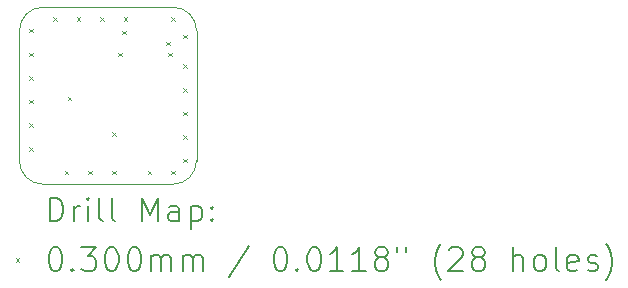
<source format=gbr>
%TF.GenerationSoftware,KiCad,Pcbnew,9.0.5*%
%TF.CreationDate,2025-11-24T08:28:51-05:00*%
%TF.ProjectId,temperature,74656d70-6572-4617-9475-72652e6b6963,rev?*%
%TF.SameCoordinates,Original*%
%TF.FileFunction,Drillmap*%
%TF.FilePolarity,Positive*%
%FSLAX45Y45*%
G04 Gerber Fmt 4.5, Leading zero omitted, Abs format (unit mm)*
G04 Created by KiCad (PCBNEW 9.0.5) date 2025-11-24 08:28:51*
%MOMM*%
%LPD*%
G01*
G04 APERTURE LIST*
%ADD10C,0.050000*%
%ADD11C,0.200000*%
%ADD12C,0.100000*%
G04 APERTURE END LIST*
D10*
X9700000Y-8200000D02*
G75*
G02*
X9900000Y-8000000I200000J0D01*
G01*
X9900000Y-9500000D02*
X11000000Y-9500000D01*
X11000000Y-8000000D02*
G75*
G02*
X11200000Y-8200000I0J-200000D01*
G01*
X9700000Y-8200000D02*
X9700000Y-9300000D01*
X11000000Y-8000000D02*
X9900000Y-8000000D01*
X11200000Y-9300000D02*
G75*
G02*
X11000000Y-9500000I-200000J0D01*
G01*
X9900000Y-9500000D02*
G75*
G02*
X9700000Y-9300000I0J200000D01*
G01*
X11200000Y-9300000D02*
X11200000Y-8200000D01*
D11*
D12*
X9785000Y-8185000D02*
X9815000Y-8215000D01*
X9815000Y-8185000D02*
X9785000Y-8215000D01*
X9785000Y-8385000D02*
X9815000Y-8415000D01*
X9815000Y-8385000D02*
X9785000Y-8415000D01*
X9785000Y-8585000D02*
X9815000Y-8615000D01*
X9815000Y-8585000D02*
X9785000Y-8615000D01*
X9785000Y-8785000D02*
X9815000Y-8815000D01*
X9815000Y-8785000D02*
X9785000Y-8815000D01*
X9785000Y-8985000D02*
X9815000Y-9015000D01*
X9815000Y-8985000D02*
X9785000Y-9015000D01*
X9785000Y-9185000D02*
X9815000Y-9215000D01*
X9815000Y-9185000D02*
X9785000Y-9215000D01*
X9985000Y-8085000D02*
X10015000Y-8115000D01*
X10015000Y-8085000D02*
X9985000Y-8115000D01*
X10085000Y-9385000D02*
X10115000Y-9415000D01*
X10115000Y-9385000D02*
X10085000Y-9415000D01*
X10110000Y-8760000D02*
X10140000Y-8790000D01*
X10140000Y-8760000D02*
X10110000Y-8790000D01*
X10185000Y-8085000D02*
X10215000Y-8115000D01*
X10215000Y-8085000D02*
X10185000Y-8115000D01*
X10285000Y-9385000D02*
X10315000Y-9415000D01*
X10315000Y-9385000D02*
X10285000Y-9415000D01*
X10385000Y-8085000D02*
X10415000Y-8115000D01*
X10415000Y-8085000D02*
X10385000Y-8115000D01*
X10485000Y-9060000D02*
X10515000Y-9090000D01*
X10515000Y-9060000D02*
X10485000Y-9090000D01*
X10485000Y-9385000D02*
X10515000Y-9415000D01*
X10515000Y-9385000D02*
X10485000Y-9415000D01*
X10535000Y-8385000D02*
X10565000Y-8415000D01*
X10565000Y-8385000D02*
X10535000Y-8415000D01*
X10571250Y-8200750D02*
X10601250Y-8230750D01*
X10601250Y-8200750D02*
X10571250Y-8230750D01*
X10585000Y-8085000D02*
X10615000Y-8115000D01*
X10615000Y-8085000D02*
X10585000Y-8115000D01*
X10785000Y-9385000D02*
X10815000Y-9415000D01*
X10815000Y-9385000D02*
X10785000Y-9415000D01*
X10945000Y-8295000D02*
X10975000Y-8325000D01*
X10975000Y-8295000D02*
X10945000Y-8325000D01*
X10960000Y-8385000D02*
X10990000Y-8415000D01*
X10990000Y-8385000D02*
X10960000Y-8415000D01*
X10985000Y-8085000D02*
X11015000Y-8115000D01*
X11015000Y-8085000D02*
X10985000Y-8115000D01*
X10985000Y-9385000D02*
X11015000Y-9415000D01*
X11015000Y-9385000D02*
X10985000Y-9415000D01*
X11085000Y-8235000D02*
X11115000Y-8265000D01*
X11115000Y-8235000D02*
X11085000Y-8265000D01*
X11085000Y-8485000D02*
X11115000Y-8515000D01*
X11115000Y-8485000D02*
X11085000Y-8515000D01*
X11085000Y-8685000D02*
X11115000Y-8715000D01*
X11115000Y-8685000D02*
X11085000Y-8715000D01*
X11085000Y-8885000D02*
X11115000Y-8915000D01*
X11115000Y-8885000D02*
X11085000Y-8915000D01*
X11085000Y-9085000D02*
X11115000Y-9115000D01*
X11115000Y-9085000D02*
X11085000Y-9115000D01*
X11085000Y-9285000D02*
X11115000Y-9315000D01*
X11115000Y-9285000D02*
X11085000Y-9315000D01*
D11*
X9958277Y-9813984D02*
X9958277Y-9613984D01*
X9958277Y-9613984D02*
X10005896Y-9613984D01*
X10005896Y-9613984D02*
X10034467Y-9623508D01*
X10034467Y-9623508D02*
X10053515Y-9642555D01*
X10053515Y-9642555D02*
X10063039Y-9661603D01*
X10063039Y-9661603D02*
X10072563Y-9699698D01*
X10072563Y-9699698D02*
X10072563Y-9728270D01*
X10072563Y-9728270D02*
X10063039Y-9766365D01*
X10063039Y-9766365D02*
X10053515Y-9785412D01*
X10053515Y-9785412D02*
X10034467Y-9804460D01*
X10034467Y-9804460D02*
X10005896Y-9813984D01*
X10005896Y-9813984D02*
X9958277Y-9813984D01*
X10158277Y-9813984D02*
X10158277Y-9680650D01*
X10158277Y-9718746D02*
X10167801Y-9699698D01*
X10167801Y-9699698D02*
X10177324Y-9690174D01*
X10177324Y-9690174D02*
X10196372Y-9680650D01*
X10196372Y-9680650D02*
X10215420Y-9680650D01*
X10282086Y-9813984D02*
X10282086Y-9680650D01*
X10282086Y-9613984D02*
X10272563Y-9623508D01*
X10272563Y-9623508D02*
X10282086Y-9633031D01*
X10282086Y-9633031D02*
X10291610Y-9623508D01*
X10291610Y-9623508D02*
X10282086Y-9613984D01*
X10282086Y-9613984D02*
X10282086Y-9633031D01*
X10405896Y-9813984D02*
X10386848Y-9804460D01*
X10386848Y-9804460D02*
X10377324Y-9785412D01*
X10377324Y-9785412D02*
X10377324Y-9613984D01*
X10510658Y-9813984D02*
X10491610Y-9804460D01*
X10491610Y-9804460D02*
X10482086Y-9785412D01*
X10482086Y-9785412D02*
X10482086Y-9613984D01*
X10739229Y-9813984D02*
X10739229Y-9613984D01*
X10739229Y-9613984D02*
X10805896Y-9756841D01*
X10805896Y-9756841D02*
X10872563Y-9613984D01*
X10872563Y-9613984D02*
X10872563Y-9813984D01*
X11053515Y-9813984D02*
X11053515Y-9709222D01*
X11053515Y-9709222D02*
X11043991Y-9690174D01*
X11043991Y-9690174D02*
X11024944Y-9680650D01*
X11024944Y-9680650D02*
X10986848Y-9680650D01*
X10986848Y-9680650D02*
X10967801Y-9690174D01*
X11053515Y-9804460D02*
X11034467Y-9813984D01*
X11034467Y-9813984D02*
X10986848Y-9813984D01*
X10986848Y-9813984D02*
X10967801Y-9804460D01*
X10967801Y-9804460D02*
X10958277Y-9785412D01*
X10958277Y-9785412D02*
X10958277Y-9766365D01*
X10958277Y-9766365D02*
X10967801Y-9747317D01*
X10967801Y-9747317D02*
X10986848Y-9737793D01*
X10986848Y-9737793D02*
X11034467Y-9737793D01*
X11034467Y-9737793D02*
X11053515Y-9728270D01*
X11148753Y-9680650D02*
X11148753Y-9880650D01*
X11148753Y-9690174D02*
X11167801Y-9680650D01*
X11167801Y-9680650D02*
X11205896Y-9680650D01*
X11205896Y-9680650D02*
X11224943Y-9690174D01*
X11224943Y-9690174D02*
X11234467Y-9699698D01*
X11234467Y-9699698D02*
X11243991Y-9718746D01*
X11243991Y-9718746D02*
X11243991Y-9775889D01*
X11243991Y-9775889D02*
X11234467Y-9794936D01*
X11234467Y-9794936D02*
X11224943Y-9804460D01*
X11224943Y-9804460D02*
X11205896Y-9813984D01*
X11205896Y-9813984D02*
X11167801Y-9813984D01*
X11167801Y-9813984D02*
X11148753Y-9804460D01*
X11329705Y-9794936D02*
X11339229Y-9804460D01*
X11339229Y-9804460D02*
X11329705Y-9813984D01*
X11329705Y-9813984D02*
X11320182Y-9804460D01*
X11320182Y-9804460D02*
X11329705Y-9794936D01*
X11329705Y-9794936D02*
X11329705Y-9813984D01*
X11329705Y-9690174D02*
X11339229Y-9699698D01*
X11339229Y-9699698D02*
X11329705Y-9709222D01*
X11329705Y-9709222D02*
X11320182Y-9699698D01*
X11320182Y-9699698D02*
X11329705Y-9690174D01*
X11329705Y-9690174D02*
X11329705Y-9709222D01*
D12*
X9667500Y-10127500D02*
X9697500Y-10157500D01*
X9697500Y-10127500D02*
X9667500Y-10157500D01*
D11*
X9996372Y-10033984D02*
X10015420Y-10033984D01*
X10015420Y-10033984D02*
X10034467Y-10043508D01*
X10034467Y-10043508D02*
X10043991Y-10053031D01*
X10043991Y-10053031D02*
X10053515Y-10072079D01*
X10053515Y-10072079D02*
X10063039Y-10110174D01*
X10063039Y-10110174D02*
X10063039Y-10157793D01*
X10063039Y-10157793D02*
X10053515Y-10195889D01*
X10053515Y-10195889D02*
X10043991Y-10214936D01*
X10043991Y-10214936D02*
X10034467Y-10224460D01*
X10034467Y-10224460D02*
X10015420Y-10233984D01*
X10015420Y-10233984D02*
X9996372Y-10233984D01*
X9996372Y-10233984D02*
X9977324Y-10224460D01*
X9977324Y-10224460D02*
X9967801Y-10214936D01*
X9967801Y-10214936D02*
X9958277Y-10195889D01*
X9958277Y-10195889D02*
X9948753Y-10157793D01*
X9948753Y-10157793D02*
X9948753Y-10110174D01*
X9948753Y-10110174D02*
X9958277Y-10072079D01*
X9958277Y-10072079D02*
X9967801Y-10053031D01*
X9967801Y-10053031D02*
X9977324Y-10043508D01*
X9977324Y-10043508D02*
X9996372Y-10033984D01*
X10148753Y-10214936D02*
X10158277Y-10224460D01*
X10158277Y-10224460D02*
X10148753Y-10233984D01*
X10148753Y-10233984D02*
X10139229Y-10224460D01*
X10139229Y-10224460D02*
X10148753Y-10214936D01*
X10148753Y-10214936D02*
X10148753Y-10233984D01*
X10224944Y-10033984D02*
X10348753Y-10033984D01*
X10348753Y-10033984D02*
X10282086Y-10110174D01*
X10282086Y-10110174D02*
X10310658Y-10110174D01*
X10310658Y-10110174D02*
X10329705Y-10119698D01*
X10329705Y-10119698D02*
X10339229Y-10129222D01*
X10339229Y-10129222D02*
X10348753Y-10148270D01*
X10348753Y-10148270D02*
X10348753Y-10195889D01*
X10348753Y-10195889D02*
X10339229Y-10214936D01*
X10339229Y-10214936D02*
X10329705Y-10224460D01*
X10329705Y-10224460D02*
X10310658Y-10233984D01*
X10310658Y-10233984D02*
X10253515Y-10233984D01*
X10253515Y-10233984D02*
X10234467Y-10224460D01*
X10234467Y-10224460D02*
X10224944Y-10214936D01*
X10472563Y-10033984D02*
X10491610Y-10033984D01*
X10491610Y-10033984D02*
X10510658Y-10043508D01*
X10510658Y-10043508D02*
X10520182Y-10053031D01*
X10520182Y-10053031D02*
X10529705Y-10072079D01*
X10529705Y-10072079D02*
X10539229Y-10110174D01*
X10539229Y-10110174D02*
X10539229Y-10157793D01*
X10539229Y-10157793D02*
X10529705Y-10195889D01*
X10529705Y-10195889D02*
X10520182Y-10214936D01*
X10520182Y-10214936D02*
X10510658Y-10224460D01*
X10510658Y-10224460D02*
X10491610Y-10233984D01*
X10491610Y-10233984D02*
X10472563Y-10233984D01*
X10472563Y-10233984D02*
X10453515Y-10224460D01*
X10453515Y-10224460D02*
X10443991Y-10214936D01*
X10443991Y-10214936D02*
X10434467Y-10195889D01*
X10434467Y-10195889D02*
X10424944Y-10157793D01*
X10424944Y-10157793D02*
X10424944Y-10110174D01*
X10424944Y-10110174D02*
X10434467Y-10072079D01*
X10434467Y-10072079D02*
X10443991Y-10053031D01*
X10443991Y-10053031D02*
X10453515Y-10043508D01*
X10453515Y-10043508D02*
X10472563Y-10033984D01*
X10663039Y-10033984D02*
X10682086Y-10033984D01*
X10682086Y-10033984D02*
X10701134Y-10043508D01*
X10701134Y-10043508D02*
X10710658Y-10053031D01*
X10710658Y-10053031D02*
X10720182Y-10072079D01*
X10720182Y-10072079D02*
X10729705Y-10110174D01*
X10729705Y-10110174D02*
X10729705Y-10157793D01*
X10729705Y-10157793D02*
X10720182Y-10195889D01*
X10720182Y-10195889D02*
X10710658Y-10214936D01*
X10710658Y-10214936D02*
X10701134Y-10224460D01*
X10701134Y-10224460D02*
X10682086Y-10233984D01*
X10682086Y-10233984D02*
X10663039Y-10233984D01*
X10663039Y-10233984D02*
X10643991Y-10224460D01*
X10643991Y-10224460D02*
X10634467Y-10214936D01*
X10634467Y-10214936D02*
X10624944Y-10195889D01*
X10624944Y-10195889D02*
X10615420Y-10157793D01*
X10615420Y-10157793D02*
X10615420Y-10110174D01*
X10615420Y-10110174D02*
X10624944Y-10072079D01*
X10624944Y-10072079D02*
X10634467Y-10053031D01*
X10634467Y-10053031D02*
X10643991Y-10043508D01*
X10643991Y-10043508D02*
X10663039Y-10033984D01*
X10815420Y-10233984D02*
X10815420Y-10100650D01*
X10815420Y-10119698D02*
X10824944Y-10110174D01*
X10824944Y-10110174D02*
X10843991Y-10100650D01*
X10843991Y-10100650D02*
X10872563Y-10100650D01*
X10872563Y-10100650D02*
X10891610Y-10110174D01*
X10891610Y-10110174D02*
X10901134Y-10129222D01*
X10901134Y-10129222D02*
X10901134Y-10233984D01*
X10901134Y-10129222D02*
X10910658Y-10110174D01*
X10910658Y-10110174D02*
X10929705Y-10100650D01*
X10929705Y-10100650D02*
X10958277Y-10100650D01*
X10958277Y-10100650D02*
X10977325Y-10110174D01*
X10977325Y-10110174D02*
X10986848Y-10129222D01*
X10986848Y-10129222D02*
X10986848Y-10233984D01*
X11082086Y-10233984D02*
X11082086Y-10100650D01*
X11082086Y-10119698D02*
X11091610Y-10110174D01*
X11091610Y-10110174D02*
X11110658Y-10100650D01*
X11110658Y-10100650D02*
X11139229Y-10100650D01*
X11139229Y-10100650D02*
X11158277Y-10110174D01*
X11158277Y-10110174D02*
X11167801Y-10129222D01*
X11167801Y-10129222D02*
X11167801Y-10233984D01*
X11167801Y-10129222D02*
X11177325Y-10110174D01*
X11177325Y-10110174D02*
X11196372Y-10100650D01*
X11196372Y-10100650D02*
X11224943Y-10100650D01*
X11224943Y-10100650D02*
X11243991Y-10110174D01*
X11243991Y-10110174D02*
X11253515Y-10129222D01*
X11253515Y-10129222D02*
X11253515Y-10233984D01*
X11643991Y-10024460D02*
X11472563Y-10281603D01*
X11901134Y-10033984D02*
X11920182Y-10033984D01*
X11920182Y-10033984D02*
X11939229Y-10043508D01*
X11939229Y-10043508D02*
X11948753Y-10053031D01*
X11948753Y-10053031D02*
X11958277Y-10072079D01*
X11958277Y-10072079D02*
X11967801Y-10110174D01*
X11967801Y-10110174D02*
X11967801Y-10157793D01*
X11967801Y-10157793D02*
X11958277Y-10195889D01*
X11958277Y-10195889D02*
X11948753Y-10214936D01*
X11948753Y-10214936D02*
X11939229Y-10224460D01*
X11939229Y-10224460D02*
X11920182Y-10233984D01*
X11920182Y-10233984D02*
X11901134Y-10233984D01*
X11901134Y-10233984D02*
X11882086Y-10224460D01*
X11882086Y-10224460D02*
X11872563Y-10214936D01*
X11872563Y-10214936D02*
X11863039Y-10195889D01*
X11863039Y-10195889D02*
X11853515Y-10157793D01*
X11853515Y-10157793D02*
X11853515Y-10110174D01*
X11853515Y-10110174D02*
X11863039Y-10072079D01*
X11863039Y-10072079D02*
X11872563Y-10053031D01*
X11872563Y-10053031D02*
X11882086Y-10043508D01*
X11882086Y-10043508D02*
X11901134Y-10033984D01*
X12053515Y-10214936D02*
X12063039Y-10224460D01*
X12063039Y-10224460D02*
X12053515Y-10233984D01*
X12053515Y-10233984D02*
X12043991Y-10224460D01*
X12043991Y-10224460D02*
X12053515Y-10214936D01*
X12053515Y-10214936D02*
X12053515Y-10233984D01*
X12186848Y-10033984D02*
X12205896Y-10033984D01*
X12205896Y-10033984D02*
X12224944Y-10043508D01*
X12224944Y-10043508D02*
X12234467Y-10053031D01*
X12234467Y-10053031D02*
X12243991Y-10072079D01*
X12243991Y-10072079D02*
X12253515Y-10110174D01*
X12253515Y-10110174D02*
X12253515Y-10157793D01*
X12253515Y-10157793D02*
X12243991Y-10195889D01*
X12243991Y-10195889D02*
X12234467Y-10214936D01*
X12234467Y-10214936D02*
X12224944Y-10224460D01*
X12224944Y-10224460D02*
X12205896Y-10233984D01*
X12205896Y-10233984D02*
X12186848Y-10233984D01*
X12186848Y-10233984D02*
X12167801Y-10224460D01*
X12167801Y-10224460D02*
X12158277Y-10214936D01*
X12158277Y-10214936D02*
X12148753Y-10195889D01*
X12148753Y-10195889D02*
X12139229Y-10157793D01*
X12139229Y-10157793D02*
X12139229Y-10110174D01*
X12139229Y-10110174D02*
X12148753Y-10072079D01*
X12148753Y-10072079D02*
X12158277Y-10053031D01*
X12158277Y-10053031D02*
X12167801Y-10043508D01*
X12167801Y-10043508D02*
X12186848Y-10033984D01*
X12443991Y-10233984D02*
X12329706Y-10233984D01*
X12386848Y-10233984D02*
X12386848Y-10033984D01*
X12386848Y-10033984D02*
X12367801Y-10062555D01*
X12367801Y-10062555D02*
X12348753Y-10081603D01*
X12348753Y-10081603D02*
X12329706Y-10091127D01*
X12634467Y-10233984D02*
X12520182Y-10233984D01*
X12577325Y-10233984D02*
X12577325Y-10033984D01*
X12577325Y-10033984D02*
X12558277Y-10062555D01*
X12558277Y-10062555D02*
X12539229Y-10081603D01*
X12539229Y-10081603D02*
X12520182Y-10091127D01*
X12748753Y-10119698D02*
X12729706Y-10110174D01*
X12729706Y-10110174D02*
X12720182Y-10100650D01*
X12720182Y-10100650D02*
X12710658Y-10081603D01*
X12710658Y-10081603D02*
X12710658Y-10072079D01*
X12710658Y-10072079D02*
X12720182Y-10053031D01*
X12720182Y-10053031D02*
X12729706Y-10043508D01*
X12729706Y-10043508D02*
X12748753Y-10033984D01*
X12748753Y-10033984D02*
X12786848Y-10033984D01*
X12786848Y-10033984D02*
X12805896Y-10043508D01*
X12805896Y-10043508D02*
X12815420Y-10053031D01*
X12815420Y-10053031D02*
X12824944Y-10072079D01*
X12824944Y-10072079D02*
X12824944Y-10081603D01*
X12824944Y-10081603D02*
X12815420Y-10100650D01*
X12815420Y-10100650D02*
X12805896Y-10110174D01*
X12805896Y-10110174D02*
X12786848Y-10119698D01*
X12786848Y-10119698D02*
X12748753Y-10119698D01*
X12748753Y-10119698D02*
X12729706Y-10129222D01*
X12729706Y-10129222D02*
X12720182Y-10138746D01*
X12720182Y-10138746D02*
X12710658Y-10157793D01*
X12710658Y-10157793D02*
X12710658Y-10195889D01*
X12710658Y-10195889D02*
X12720182Y-10214936D01*
X12720182Y-10214936D02*
X12729706Y-10224460D01*
X12729706Y-10224460D02*
X12748753Y-10233984D01*
X12748753Y-10233984D02*
X12786848Y-10233984D01*
X12786848Y-10233984D02*
X12805896Y-10224460D01*
X12805896Y-10224460D02*
X12815420Y-10214936D01*
X12815420Y-10214936D02*
X12824944Y-10195889D01*
X12824944Y-10195889D02*
X12824944Y-10157793D01*
X12824944Y-10157793D02*
X12815420Y-10138746D01*
X12815420Y-10138746D02*
X12805896Y-10129222D01*
X12805896Y-10129222D02*
X12786848Y-10119698D01*
X12901134Y-10033984D02*
X12901134Y-10072079D01*
X12977325Y-10033984D02*
X12977325Y-10072079D01*
X13272563Y-10310174D02*
X13263039Y-10300650D01*
X13263039Y-10300650D02*
X13243991Y-10272079D01*
X13243991Y-10272079D02*
X13234468Y-10253031D01*
X13234468Y-10253031D02*
X13224944Y-10224460D01*
X13224944Y-10224460D02*
X13215420Y-10176841D01*
X13215420Y-10176841D02*
X13215420Y-10138746D01*
X13215420Y-10138746D02*
X13224944Y-10091127D01*
X13224944Y-10091127D02*
X13234468Y-10062555D01*
X13234468Y-10062555D02*
X13243991Y-10043508D01*
X13243991Y-10043508D02*
X13263039Y-10014936D01*
X13263039Y-10014936D02*
X13272563Y-10005412D01*
X13339229Y-10053031D02*
X13348753Y-10043508D01*
X13348753Y-10043508D02*
X13367801Y-10033984D01*
X13367801Y-10033984D02*
X13415420Y-10033984D01*
X13415420Y-10033984D02*
X13434468Y-10043508D01*
X13434468Y-10043508D02*
X13443991Y-10053031D01*
X13443991Y-10053031D02*
X13453515Y-10072079D01*
X13453515Y-10072079D02*
X13453515Y-10091127D01*
X13453515Y-10091127D02*
X13443991Y-10119698D01*
X13443991Y-10119698D02*
X13329706Y-10233984D01*
X13329706Y-10233984D02*
X13453515Y-10233984D01*
X13567801Y-10119698D02*
X13548753Y-10110174D01*
X13548753Y-10110174D02*
X13539229Y-10100650D01*
X13539229Y-10100650D02*
X13529706Y-10081603D01*
X13529706Y-10081603D02*
X13529706Y-10072079D01*
X13529706Y-10072079D02*
X13539229Y-10053031D01*
X13539229Y-10053031D02*
X13548753Y-10043508D01*
X13548753Y-10043508D02*
X13567801Y-10033984D01*
X13567801Y-10033984D02*
X13605896Y-10033984D01*
X13605896Y-10033984D02*
X13624944Y-10043508D01*
X13624944Y-10043508D02*
X13634468Y-10053031D01*
X13634468Y-10053031D02*
X13643991Y-10072079D01*
X13643991Y-10072079D02*
X13643991Y-10081603D01*
X13643991Y-10081603D02*
X13634468Y-10100650D01*
X13634468Y-10100650D02*
X13624944Y-10110174D01*
X13624944Y-10110174D02*
X13605896Y-10119698D01*
X13605896Y-10119698D02*
X13567801Y-10119698D01*
X13567801Y-10119698D02*
X13548753Y-10129222D01*
X13548753Y-10129222D02*
X13539229Y-10138746D01*
X13539229Y-10138746D02*
X13529706Y-10157793D01*
X13529706Y-10157793D02*
X13529706Y-10195889D01*
X13529706Y-10195889D02*
X13539229Y-10214936D01*
X13539229Y-10214936D02*
X13548753Y-10224460D01*
X13548753Y-10224460D02*
X13567801Y-10233984D01*
X13567801Y-10233984D02*
X13605896Y-10233984D01*
X13605896Y-10233984D02*
X13624944Y-10224460D01*
X13624944Y-10224460D02*
X13634468Y-10214936D01*
X13634468Y-10214936D02*
X13643991Y-10195889D01*
X13643991Y-10195889D02*
X13643991Y-10157793D01*
X13643991Y-10157793D02*
X13634468Y-10138746D01*
X13634468Y-10138746D02*
X13624944Y-10129222D01*
X13624944Y-10129222D02*
X13605896Y-10119698D01*
X13882087Y-10233984D02*
X13882087Y-10033984D01*
X13967801Y-10233984D02*
X13967801Y-10129222D01*
X13967801Y-10129222D02*
X13958277Y-10110174D01*
X13958277Y-10110174D02*
X13939230Y-10100650D01*
X13939230Y-10100650D02*
X13910658Y-10100650D01*
X13910658Y-10100650D02*
X13891610Y-10110174D01*
X13891610Y-10110174D02*
X13882087Y-10119698D01*
X14091610Y-10233984D02*
X14072563Y-10224460D01*
X14072563Y-10224460D02*
X14063039Y-10214936D01*
X14063039Y-10214936D02*
X14053515Y-10195889D01*
X14053515Y-10195889D02*
X14053515Y-10138746D01*
X14053515Y-10138746D02*
X14063039Y-10119698D01*
X14063039Y-10119698D02*
X14072563Y-10110174D01*
X14072563Y-10110174D02*
X14091610Y-10100650D01*
X14091610Y-10100650D02*
X14120182Y-10100650D01*
X14120182Y-10100650D02*
X14139230Y-10110174D01*
X14139230Y-10110174D02*
X14148753Y-10119698D01*
X14148753Y-10119698D02*
X14158277Y-10138746D01*
X14158277Y-10138746D02*
X14158277Y-10195889D01*
X14158277Y-10195889D02*
X14148753Y-10214936D01*
X14148753Y-10214936D02*
X14139230Y-10224460D01*
X14139230Y-10224460D02*
X14120182Y-10233984D01*
X14120182Y-10233984D02*
X14091610Y-10233984D01*
X14272563Y-10233984D02*
X14253515Y-10224460D01*
X14253515Y-10224460D02*
X14243991Y-10205412D01*
X14243991Y-10205412D02*
X14243991Y-10033984D01*
X14424944Y-10224460D02*
X14405896Y-10233984D01*
X14405896Y-10233984D02*
X14367801Y-10233984D01*
X14367801Y-10233984D02*
X14348753Y-10224460D01*
X14348753Y-10224460D02*
X14339230Y-10205412D01*
X14339230Y-10205412D02*
X14339230Y-10129222D01*
X14339230Y-10129222D02*
X14348753Y-10110174D01*
X14348753Y-10110174D02*
X14367801Y-10100650D01*
X14367801Y-10100650D02*
X14405896Y-10100650D01*
X14405896Y-10100650D02*
X14424944Y-10110174D01*
X14424944Y-10110174D02*
X14434468Y-10129222D01*
X14434468Y-10129222D02*
X14434468Y-10148270D01*
X14434468Y-10148270D02*
X14339230Y-10167317D01*
X14510658Y-10224460D02*
X14529706Y-10233984D01*
X14529706Y-10233984D02*
X14567801Y-10233984D01*
X14567801Y-10233984D02*
X14586849Y-10224460D01*
X14586849Y-10224460D02*
X14596372Y-10205412D01*
X14596372Y-10205412D02*
X14596372Y-10195889D01*
X14596372Y-10195889D02*
X14586849Y-10176841D01*
X14586849Y-10176841D02*
X14567801Y-10167317D01*
X14567801Y-10167317D02*
X14539230Y-10167317D01*
X14539230Y-10167317D02*
X14520182Y-10157793D01*
X14520182Y-10157793D02*
X14510658Y-10138746D01*
X14510658Y-10138746D02*
X14510658Y-10129222D01*
X14510658Y-10129222D02*
X14520182Y-10110174D01*
X14520182Y-10110174D02*
X14539230Y-10100650D01*
X14539230Y-10100650D02*
X14567801Y-10100650D01*
X14567801Y-10100650D02*
X14586849Y-10110174D01*
X14663039Y-10310174D02*
X14672563Y-10300650D01*
X14672563Y-10300650D02*
X14691611Y-10272079D01*
X14691611Y-10272079D02*
X14701134Y-10253031D01*
X14701134Y-10253031D02*
X14710658Y-10224460D01*
X14710658Y-10224460D02*
X14720182Y-10176841D01*
X14720182Y-10176841D02*
X14720182Y-10138746D01*
X14720182Y-10138746D02*
X14710658Y-10091127D01*
X14710658Y-10091127D02*
X14701134Y-10062555D01*
X14701134Y-10062555D02*
X14691611Y-10043508D01*
X14691611Y-10043508D02*
X14672563Y-10014936D01*
X14672563Y-10014936D02*
X14663039Y-10005412D01*
M02*

</source>
